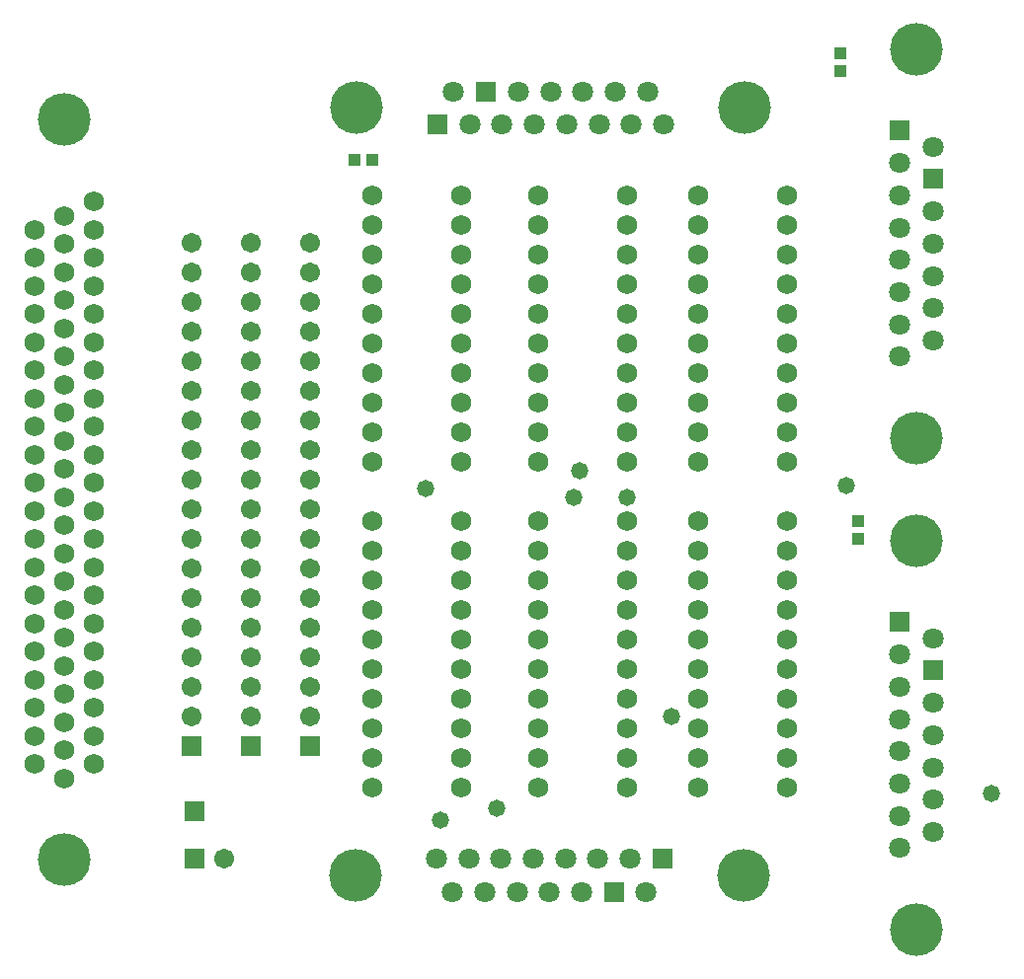
<source format=gbs>
%FSLAX24Y24*%
%MOIN*%
G70*
G01*
G75*
G04 Layer_Color=16711935*
%ADD10R,0.0320X0.0360*%
%ADD11R,0.0450X0.0600*%
%ADD12C,0.0100*%
%ADD13C,0.0250*%
%ADD14C,0.0600*%
%ADD15C,0.1700*%
%ADD16C,0.0591*%
%ADD17R,0.0591X0.0591*%
%ADD18R,0.0591X0.0591*%
%ADD19R,0.0630X0.0630*%
%ADD20C,0.0630*%
%ADD21R,0.0630X0.0630*%
%ADD22C,0.0500*%
%ADD23R,0.0360X0.0320*%
%ADD24C,0.0079*%
%ADD25C,0.0080*%
%ADD26C,0.0070*%
%ADD27C,0.0050*%
%ADD28R,0.0400X0.0440*%
%ADD29R,0.0530X0.0680*%
%ADD30C,0.0680*%
%ADD31C,0.1780*%
%ADD32C,0.0671*%
%ADD33R,0.0671X0.0671*%
%ADD34R,0.0671X0.0671*%
%ADD35R,0.0710X0.0710*%
%ADD36C,0.0710*%
%ADD37R,0.0710X0.0710*%
%ADD38C,0.0580*%
%ADD39R,0.0440X0.0400*%
D28*
X40800Y46400D02*
D03*
Y47000D02*
D03*
X41400Y31200D02*
D03*
Y30600D02*
D03*
D30*
X28000Y27200D02*
D03*
X25000D02*
D03*
Y28200D02*
D03*
X28000D02*
D03*
Y30200D02*
D03*
X25000D02*
D03*
Y29200D02*
D03*
X28000D02*
D03*
X25000Y31200D02*
D03*
X28000D02*
D03*
Y26200D02*
D03*
X25000D02*
D03*
X28000Y24200D02*
D03*
X25000D02*
D03*
Y25200D02*
D03*
X28000D02*
D03*
Y23200D02*
D03*
X25000D02*
D03*
Y22200D02*
D03*
X28000D02*
D03*
Y38200D02*
D03*
X25000D02*
D03*
Y39200D02*
D03*
X28000D02*
D03*
Y41200D02*
D03*
X25000D02*
D03*
Y40200D02*
D03*
X28000D02*
D03*
X25000Y42200D02*
D03*
X28000D02*
D03*
Y37200D02*
D03*
X25000D02*
D03*
X28000Y35200D02*
D03*
X25000D02*
D03*
Y36200D02*
D03*
X28000D02*
D03*
Y34200D02*
D03*
X25000D02*
D03*
Y33200D02*
D03*
X28000D02*
D03*
X33600Y27200D02*
D03*
X30600D02*
D03*
Y28200D02*
D03*
X33600D02*
D03*
Y30200D02*
D03*
X30600D02*
D03*
Y29200D02*
D03*
X33600D02*
D03*
X30600Y31200D02*
D03*
X33600D02*
D03*
Y26200D02*
D03*
X30600D02*
D03*
X33600Y24200D02*
D03*
X30600D02*
D03*
Y25200D02*
D03*
X33600D02*
D03*
Y23200D02*
D03*
X30600D02*
D03*
Y22200D02*
D03*
X33600D02*
D03*
Y38200D02*
D03*
X30600D02*
D03*
Y39200D02*
D03*
X33600D02*
D03*
Y41200D02*
D03*
X30600D02*
D03*
Y40200D02*
D03*
X33600D02*
D03*
X30600Y42200D02*
D03*
X33600D02*
D03*
Y37200D02*
D03*
X30600D02*
D03*
X33600Y35200D02*
D03*
X30600D02*
D03*
Y36200D02*
D03*
X33600D02*
D03*
Y34200D02*
D03*
X30600D02*
D03*
Y33200D02*
D03*
X33600D02*
D03*
X39000Y27200D02*
D03*
X36000D02*
D03*
Y28200D02*
D03*
X39000D02*
D03*
Y30200D02*
D03*
X36000D02*
D03*
Y29200D02*
D03*
X39000D02*
D03*
X36000Y31200D02*
D03*
X39000D02*
D03*
Y26200D02*
D03*
X36000D02*
D03*
X39000Y24200D02*
D03*
X36000D02*
D03*
Y25200D02*
D03*
X39000D02*
D03*
Y23200D02*
D03*
X36000D02*
D03*
Y22200D02*
D03*
X39000D02*
D03*
Y38200D02*
D03*
X36000D02*
D03*
Y39200D02*
D03*
X39000D02*
D03*
Y41200D02*
D03*
X36000D02*
D03*
Y40200D02*
D03*
X39000D02*
D03*
X36000Y42200D02*
D03*
X39000D02*
D03*
Y37200D02*
D03*
X36000D02*
D03*
X39000Y35200D02*
D03*
X36000D02*
D03*
Y36200D02*
D03*
X39000D02*
D03*
Y34200D02*
D03*
X36000D02*
D03*
Y33200D02*
D03*
X39000D02*
D03*
X14600Y22525D02*
D03*
X15600Y23000D02*
D03*
Y40100D02*
D03*
Y42000D02*
D03*
Y41050D02*
D03*
Y39150D02*
D03*
Y38200D02*
D03*
Y33450D02*
D03*
Y34400D02*
D03*
Y36300D02*
D03*
Y37250D02*
D03*
Y35350D02*
D03*
Y25850D02*
D03*
Y27750D02*
D03*
Y26800D02*
D03*
Y24900D02*
D03*
Y23950D02*
D03*
Y28700D02*
D03*
Y29650D02*
D03*
Y31550D02*
D03*
Y32500D02*
D03*
Y30600D02*
D03*
X14600Y39625D02*
D03*
Y41525D02*
D03*
Y40575D02*
D03*
Y38675D02*
D03*
Y37725D02*
D03*
Y32975D02*
D03*
Y33925D02*
D03*
Y35825D02*
D03*
Y36775D02*
D03*
Y34875D02*
D03*
Y25375D02*
D03*
Y27275D02*
D03*
Y26325D02*
D03*
Y24425D02*
D03*
Y23475D02*
D03*
Y28225D02*
D03*
Y29175D02*
D03*
Y31075D02*
D03*
Y32025D02*
D03*
Y30125D02*
D03*
X13600Y29650D02*
D03*
Y31550D02*
D03*
Y30600D02*
D03*
Y28700D02*
D03*
Y27750D02*
D03*
Y23000D02*
D03*
Y23950D02*
D03*
Y25850D02*
D03*
Y26800D02*
D03*
Y24900D02*
D03*
Y34400D02*
D03*
Y36300D02*
D03*
Y35350D02*
D03*
Y33450D02*
D03*
Y32500D02*
D03*
Y37250D02*
D03*
Y38200D02*
D03*
Y40100D02*
D03*
Y41050D02*
D03*
Y39150D02*
D03*
D31*
X14600Y19770D02*
D03*
Y44770D02*
D03*
X24420Y19238D02*
D03*
X37540D02*
D03*
X43362Y17420D02*
D03*
Y30540D02*
D03*
Y34020D02*
D03*
Y47140D02*
D03*
X37580Y45163D02*
D03*
X24460D02*
D03*
D32*
X18900Y28600D02*
D03*
Y27600D02*
D03*
Y26600D02*
D03*
Y25600D02*
D03*
Y24600D02*
D03*
Y30600D02*
D03*
Y31600D02*
D03*
Y32600D02*
D03*
Y33600D02*
D03*
Y34600D02*
D03*
Y36600D02*
D03*
Y37600D02*
D03*
Y38600D02*
D03*
Y39600D02*
D03*
Y40600D02*
D03*
Y29600D02*
D03*
Y35600D02*
D03*
X20000Y19800D02*
D03*
X20900Y28600D02*
D03*
Y27600D02*
D03*
Y26600D02*
D03*
Y25600D02*
D03*
Y24600D02*
D03*
Y30600D02*
D03*
Y31600D02*
D03*
Y32600D02*
D03*
Y33600D02*
D03*
Y34600D02*
D03*
Y36600D02*
D03*
Y37600D02*
D03*
Y38600D02*
D03*
Y39600D02*
D03*
Y40600D02*
D03*
Y29600D02*
D03*
Y35600D02*
D03*
X22900Y28600D02*
D03*
Y27600D02*
D03*
Y26600D02*
D03*
Y25600D02*
D03*
Y24600D02*
D03*
Y30600D02*
D03*
Y31600D02*
D03*
Y32600D02*
D03*
Y33600D02*
D03*
Y34600D02*
D03*
Y36600D02*
D03*
Y37600D02*
D03*
Y38600D02*
D03*
Y39600D02*
D03*
Y40600D02*
D03*
Y29600D02*
D03*
Y35600D02*
D03*
D33*
X18900Y23600D02*
D03*
X19000Y21400D02*
D03*
X20900Y23600D02*
D03*
X22900D02*
D03*
D34*
X19000Y19800D02*
D03*
D35*
X34795Y19798D02*
D03*
X33160Y18678D02*
D03*
X27205Y44602D02*
D03*
X28840Y45722D02*
D03*
D36*
X33705Y19798D02*
D03*
X32615D02*
D03*
X31525D02*
D03*
X30435D02*
D03*
X29345D02*
D03*
X28255D02*
D03*
X27165D02*
D03*
X34250Y18678D02*
D03*
X32070D02*
D03*
X30980D02*
D03*
X29890D02*
D03*
X28800D02*
D03*
X27710D02*
D03*
X42803Y26705D02*
D03*
Y25615D02*
D03*
Y24525D02*
D03*
Y23435D02*
D03*
Y22345D02*
D03*
Y21255D02*
D03*
Y20165D02*
D03*
X43923Y27250D02*
D03*
Y25070D02*
D03*
Y23980D02*
D03*
Y22890D02*
D03*
Y21800D02*
D03*
Y20710D02*
D03*
X42803Y43305D02*
D03*
Y42215D02*
D03*
Y41125D02*
D03*
Y40035D02*
D03*
Y38945D02*
D03*
Y37855D02*
D03*
Y36765D02*
D03*
X43923Y43850D02*
D03*
Y41670D02*
D03*
Y40580D02*
D03*
Y39490D02*
D03*
Y38400D02*
D03*
Y37310D02*
D03*
X28295Y44602D02*
D03*
X29385D02*
D03*
X30475D02*
D03*
X31565D02*
D03*
X32655D02*
D03*
X33745D02*
D03*
X34835D02*
D03*
X27750Y45722D02*
D03*
X29930D02*
D03*
X31020D02*
D03*
X32110D02*
D03*
X33200D02*
D03*
X34290D02*
D03*
D37*
X42803Y27795D02*
D03*
X43923Y26160D02*
D03*
X42803Y44395D02*
D03*
X43923Y42760D02*
D03*
D38*
X31800Y32000D02*
D03*
X33600D02*
D03*
X32000Y32900D02*
D03*
X45900Y22000D02*
D03*
X26800Y32300D02*
D03*
X27300Y21100D02*
D03*
X29200Y21500D02*
D03*
X41000Y32400D02*
D03*
X35100Y24600D02*
D03*
D39*
X25000Y43400D02*
D03*
X24400D02*
D03*
M02*

</source>
